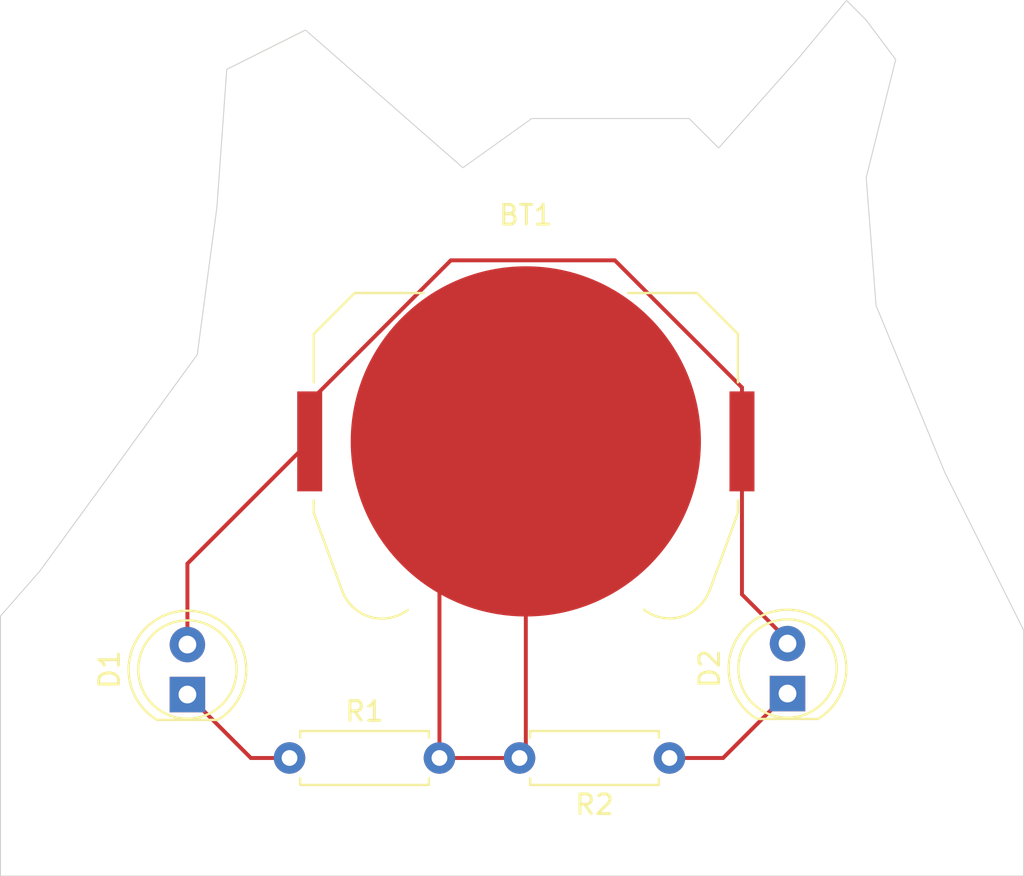
<source format=kicad_pcb>
(kicad_pcb (version 20241229) (generator "pcbnew") (generator_version "9.0")
  (layers (0 "F.Cu" signal) (2 "B.Cu" signal) (13 "F.Paste" user) (15 "B.Paste" user) (5 "F.SilkS" user "F.Silkscreen") (7 "B.SilkS" user "B.Silkscreen") (1 "F.Mask" user) (3 "B.Mask" user) (25 "Edge.Cuts" user))
  (net 0 "")
  (net 1 "Net-(BT1-+)")
  (net 2 "Net-(BT1--)")
  (net 3 "Net-(D2-K)")
  (net 4 "Net-(D1-K)")
  (footprint "LED_THT:LED_D5.0mm" (layer "F.Cu") (at 96 105.775 90)
    (property "Reference" "D1" (at 1.27 -3.96 90) (layer "F.SilkS"))
    (property "Value" "LED")
    (fp_line (start -1.29 -1.545) (end -1.29 1.545) (stroke (width 0.12)) (layer "F.SilkS"))
    (fp_arc (start -1.29 -1.54483) (mid 2.071779 -2.880495) (end 4.26 0) (stroke (width 0.12)) (layer "F.SilkS"))
    (fp_arc (start 4.26 0) (mid 2.071779 2.880495) (end -1.29 1.54483) (stroke (width 0.12)) (layer "F.SilkS"))
    (fp_circle (center 1.27 0) (end 3.77 0) (stroke (width 0.12)) (fill no) (layer "F.SilkS"))
    (pad "1" thru_hole rect (at 0 0 90) (size 1.8 1.8) (drill 0.9) (layers "*.Cu" "*.Mask") (net 4 "Net-(D1-K)"))
    (pad "2" thru_hole circle (at 2.54 0 90) (size 1.8 1.8) (drill 0.9) (layers "*.Cu" "*.Mask") (net 1 "Net-(BT1-+)"))
  )
  (footprint "Resistor_THT:R_Axial_DIN0207_L6.3mm_D2.5mm_P7.62mm_Horizontal" (layer "F.Cu") (at 120.5 109 180)
    (property "Reference" "R2" (at 3.81 -2.37 0) (layer "F.SilkS"))
    (property "Value" "R")
    (fp_line (start 7.08 1.37) (end 7.08 1.04) (stroke (width 0.12)) (layer "F.SilkS"))
    (fp_line (start 7.08 -1.37) (end 7.08 -1.04) (stroke (width 0.12)) (layer "F.SilkS"))
    (fp_line (start 0.54 1.37) (end 7.08 1.37) (stroke (width 0.12)) (layer "F.SilkS"))
    (fp_line (start 0.54 1.04) (end 0.54 1.37) (stroke (width 0.12)) (layer "F.SilkS"))
    (fp_line (start 0.54 -1.04) (end 0.54 -1.37) (stroke (width 0.12)) (layer "F.SilkS"))
    (fp_line (start 0.54 -1.37) (end 7.08 -1.37) (stroke (width 0.12)) (layer "F.SilkS"))
    (pad "1" thru_hole circle (at 0 0 180) (size 1.6 1.6) (drill 0.8) (layers "*.Cu" "*.Mask") (net 3 "Net-(D2-K)"))
    (pad "2" thru_hole circle (at 7.62 0 180) (size 1.6 1.6) (drill 0.8) (layers "*.Cu" "*.Mask") (net 2 "Net-(BT1--)"))
  )
  (footprint "Battery:BatteryHolder_Keystone_3034_1x20mm" (layer "F.Cu") (at 113.2 92.908075)
    (property "Reference" "BT1" (at 0 -11.5 0) (layer "F.SilkS"))
    (property "Value" "Battery_Cell")
    (fp_line (start -10.78 -5.46) (end -10.78 -3) (stroke (width 0.12)) (layer "F.SilkS"))
    (fp_line (start -10.78 3) (end -10.78 3.63) (stroke (width 0.12)) (layer "F.SilkS"))
    (fp_line (start -10.78 3.63) (end -9.34 7.58) (stroke (width 0.12)) (layer "F.SilkS"))
    (fp_line (start -8.7 -7.54) (end -10.78 -5.46) (stroke (width 0.12)) (layer "F.SilkS"))
    (fp_line (start -5.2 -7.54) (end -8.7 -7.54) (stroke (width 0.12)) (layer "F.SilkS"))
    (fp_line (start 8.7 -7.54) (end 5.2 -7.54) (stroke (width 0.12)) (layer "F.SilkS"))
    (fp_line (start 8.7 -7.54) (end 10.78 -5.46) (stroke (width 0.12)) (layer "F.SilkS"))
    (fp_line (start 10.78 -5.46) (end 10.78 -3) (stroke (width 0.12)) (layer "F.SilkS"))
    (fp_line (start 10.78 3) (end 10.78 3.63) (stroke (width 0.12)) (layer "F.SilkS"))
    (fp_line (start 10.78 3.63) (end 9.34 7.58) (stroke (width 0.12)) (layer "F.SilkS"))
    (fp_arc (start -6.003354 8.56653) (mid -7.921654 8.918738) (end -9.34 7.58) (stroke (width 0.12)) (layer "F.SilkS"))
    (fp_arc (start 9.325243 7.588169) (mid 7.90634 8.911668) (end 6 8.55) (stroke (width 0.12)) (layer "F.SilkS"))
    (pad "1" smd rect (at -10.985 0) (size 1.27 5.08) (layers "F.Cu" "F.Mask" "F.Paste") (net 1 "Net-(BT1-+)"))
    (pad "1" smd rect (at 10.985 0) (size 1.27 5.08) (layers "F.Cu" "F.Mask" "F.Paste") (net 1 "Net-(BT1-+)"))
    (pad "2" smd circle (at 0 0) (size 17.8 17.8) (layers "F.Cu" "F.Mask") (net 2 "Net-(BT1--)"))
  )
  (footprint "LED_THT:LED_D5.0mm" (layer "F.Cu") (at 126.5 105.725 90)
    (property "Reference" "D2" (at 1.27 -3.96 90) (layer "F.SilkS"))
    (property "Value" "LED")
    (fp_line (start -1.29 -1.545) (end -1.29 1.545) (stroke (width 0.12)) (layer "F.SilkS"))
    (fp_arc (start -1.29 -1.54483) (mid 2.071779 -2.880495) (end 4.26 0) (stroke (width 0.12)) (layer "F.SilkS"))
    (fp_arc (start 4.26 0) (mid 2.071779 2.880495) (end -1.29 1.54483) (stroke (width 0.12)) (layer "F.SilkS"))
    (fp_circle (center 1.27 0) (end 3.77 0) (stroke (width 0.12)) (fill no) (layer "F.SilkS"))
    (pad "1" thru_hole rect (at 0 0 90) (size 1.8 1.8) (drill 0.9) (layers "*.Cu" "*.Mask") (net 3 "Net-(D2-K)"))
    (pad "2" thru_hole circle (at 2.54 0 90) (size 1.8 1.8) (drill 0.9) (layers "*.Cu" "*.Mask") (net 1 "Net-(BT1-+)"))
  )
  (footprint "Resistor_THT:R_Axial_DIN0207_L6.3mm_D2.5mm_P7.62mm_Horizontal" (layer "F.Cu") (at 101.19 109)
    (property "Reference" "R1" (at 3.81 -2.37 0) (layer "F.SilkS"))
    (property "Value" "R")
    (fp_line (start 0.54 -1.37) (end 7.08 -1.37) (stroke (width 0.12)) (layer "F.SilkS"))
    (fp_line (start 0.54 -1.04) (end 0.54 -1.37) (stroke (width 0.12)) (layer "F.SilkS"))
    (fp_line (start 0.54 1.04) (end 0.54 1.37) (stroke (width 0.12)) (layer "F.SilkS"))
    (fp_line (start 0.54 1.37) (end 7.08 1.37) (stroke (width 0.12)) (layer "F.SilkS"))
    (fp_line (start 7.08 -1.37) (end 7.08 -1.04) (stroke (width 0.12)) (layer "F.SilkS"))
    (fp_line (start 7.08 1.37) (end 7.08 1.04) (stroke (width 0.12)) (layer "F.SilkS"))
    (pad "1" thru_hole circle (at 0 0) (size 1.6 1.6) (drill 0.8) (layers "*.Cu" "*.Mask") (net 4 "Net-(D1-K)"))
    (pad "2" thru_hole circle (at 7.62 0) (size 1.6 1.6) (drill 0.8) (layers "*.Cu" "*.Mask") (net 2 "Net-(BT1--)"))
  )
  (gr_poly (pts (xy 86.5 115) (xy 138.5 115) (xy 138.5 102.5) (xy 134.5 94.5) (xy 131 86) (xy 130.5 79.5) (xy 132 73.5) (xy 130.5 71.5) (xy 129.5 70.5) (xy 127 73.5) (xy 123 78) (xy 121.5 76.5) (xy 113.5 76.5) (xy 110 79) (xy 102 72) (xy 98 74) (xy 97.5 81) (xy 96.5 88.5) (xy 88.5 99.5) (xy 86.5 101.785715)) (stroke (width 0.05)) (fill no) (layer "Edge.Cuts"))
  (segment (start 126.5 103.185) (end 126.5 103) (width 0.2) (layer "F.Cu") (net 1))
  (segment (start 102.215 90.880896) (end 102.215 92.908075) (width 0.2) (layer "F.Cu") (net 1))
  (segment (start 109.388821 83.707075) (end 102.215 90.880896) (width 0.2) (layer "F.Cu") (net 1))
  (segment (start 124.185 92.908075) (end 124.185 90.168075) (width 0.2) (layer "F.Cu") (net 1))
  (segment (start 96 99.123075) (end 102.215 92.908075) (width 0.2) (layer "F.Cu") (net 1))
  (segment (start 124.185 100.685) (end 124.185 92.908075) (width 0.2) (layer "F.Cu") (net 1))
  (segment (start 124.185 90.168075) (end 117.724 83.707075) (width 0.2) (layer "F.Cu") (net 1))
  (segment (start 117.724 83.707075) (end 109.388821 83.707075) (width 0.2) (layer "F.Cu") (net 1))
  (segment (start 96 103.235) (end 96 99.123075) (width 0.2) (layer "F.Cu") (net 1))
  (segment (start 126.5 103) (end 124.185 100.685) (width 0.2) (layer "F.Cu") (net 1))
  (segment (start 112.88 109) (end 108.81 109) (width 0.2) (layer "F.Cu") (net 2))
  (segment (start 108.81 109) (end 108.81 97.298075) (width 0.2) (layer "F.Cu") (net 2))
  (segment (start 113.2 108.3) (end 113.2 92.908075) (width 0.2) (layer "F.Cu") (net 2))
  (segment (start 112.88 109) (end 112.88 108.62) (width 0.2) (layer "F.Cu") (net 2))
  (segment (start 112.88 108.62) (end 113.2 108.3) (width 0.2) (layer "F.Cu") (net 2))
  (segment (start 108.81 97.298075) (end 113.2 92.908075) (width 0.2) (layer "F.Cu") (net 2))
  (segment (start 123.225 109) (end 126.5 105.725) (width 0.2) (layer "F.Cu") (net 3))
  (segment (start 120.5 109) (end 123.225 109) (width 0.2) (layer "F.Cu") (net 3))
  (segment (start 101.19 109) (end 99.225 109) (width 0.2) (layer "F.Cu") (net 4))
  (segment (start 99.225 109) (end 96 105.775) (width 0.2) (layer "F.Cu") (net 4))
)
</source>
